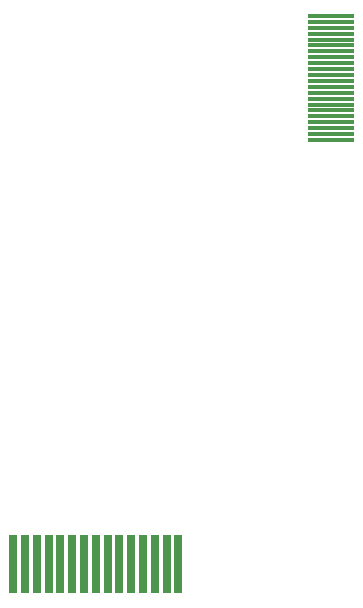
<source format=gts>
G04 #@! TF.GenerationSoftware,KiCad,Pcbnew,9.0.1*
G04 #@! TF.CreationDate,2025-04-22T18:15:32+02:00*
G04 #@! TF.ProjectId,camera_cable,63616d65-7261-45f6-9361-626c652e6b69,rev?*
G04 #@! TF.SameCoordinates,Original*
G04 #@! TF.FileFunction,Soldermask,Top*
G04 #@! TF.FilePolarity,Negative*
%FSLAX46Y46*%
G04 Gerber Fmt 4.6, Leading zero omitted, Abs format (unit mm)*
G04 Created by KiCad (PCBNEW 9.0.1) date 2025-04-22 18:15:32*
%MOMM*%
%LPD*%
G01*
G04 APERTURE LIST*
%ADD10R,4.000000X0.300000*%
%ADD11R,0.750000X5.000000*%
G04 APERTURE END LIST*
D10*
G04 #@! TO.C,J2*
X89100000Y-34600000D03*
X89100000Y-35100000D03*
X89100000Y-35600000D03*
X89100000Y-36100000D03*
X89100000Y-36600000D03*
X89100000Y-37100000D03*
X89100000Y-37600000D03*
X89100000Y-38100000D03*
X89100000Y-38600000D03*
X89100000Y-39100000D03*
X89100000Y-39600000D03*
X89100000Y-40100000D03*
X89100000Y-40600000D03*
X89100000Y-41100000D03*
X89100000Y-41600000D03*
X89100000Y-42100000D03*
X89100000Y-42600000D03*
X89100000Y-43100000D03*
X89100000Y-43600000D03*
X89100000Y-44100000D03*
X89100000Y-44600000D03*
X89100000Y-45100000D03*
G04 #@! TD*
D11*
G04 #@! TO.C,j1*
X62200000Y-81000000D03*
X63200000Y-81000000D03*
X64200000Y-81000000D03*
X65200000Y-81000000D03*
X66200000Y-81000000D03*
X67200000Y-81000000D03*
X68200000Y-81000000D03*
X69200000Y-81000000D03*
X70200000Y-81000000D03*
X71200000Y-81000000D03*
X72200000Y-81000000D03*
X73200000Y-81000000D03*
X74200000Y-81000000D03*
X75200000Y-81000000D03*
X76200000Y-81000000D03*
G04 #@! TD*
M02*

</source>
